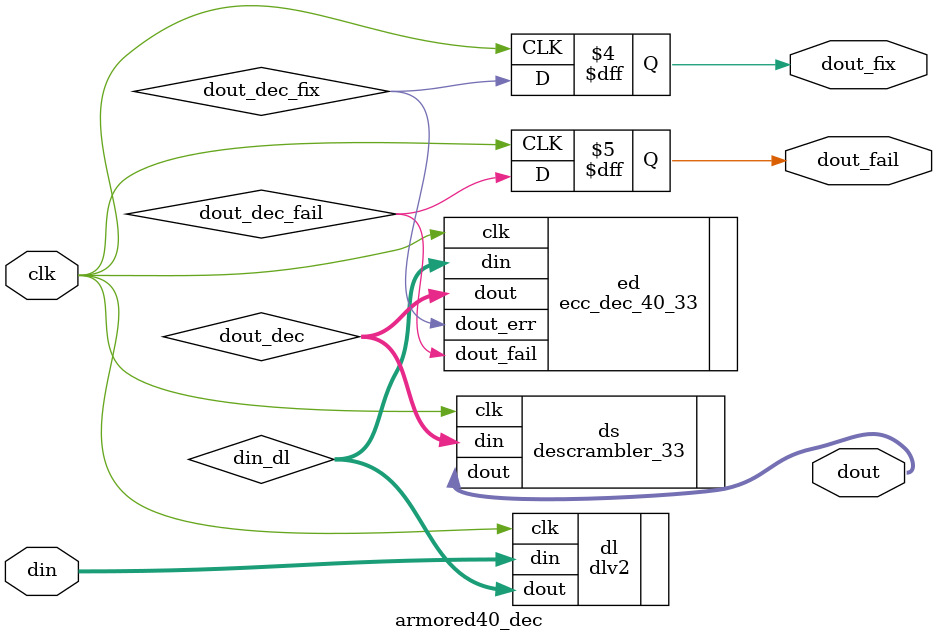
<source format=v>
`timescale 1 ps / 1 ps

// baeckler - 04-01-2013

module armored40_dec #(
    parameter TARGET_CHIP = 2
)(
    input clk,
    input [39:0] din,
    output [32:0] dout,
    output reg dout_fix,
    output reg dout_fail
);

//////////////////////////////////////////////////////////
// deinterleave

wire [39:0] din_dl;
dlv2 dl (
	.clk(clk),
	.din(din),
	.dout(din_dl)
);
defparam dl .WIDTH = 40;

//////////////////////////////////////////////////////////
// ecc decoder
// 33 data bits
// 7 parity bits

wire [32:0] dout_dec;
wire dout_dec_fix, dout_dec_fail;

ecc_dec_40_33 ed (
    .clk(clk),
    .din(din_dl),
    .dout(dout_dec),
    .dout_err(dout_dec_fix),
    .dout_fail(dout_dec_fail)
);
defparam ed .TARGET_CHIP = TARGET_CHIP;

//////////////////////////////////////////////////////////
// descrambler

wire [32:0] ds_dat;
descrambler_33 ds (
	.clk(clk),
	.din(dout_dec),		// bit 0 is to be sent first
	.dout(dout)
);
defparam ds .TARGET_CHIP = TARGET_CHIP;
defparam ds .WIDTH = 33;

initial dout_fix = 1'b0;
initial dout_fail = 1'b0;
always @(posedge clk) begin
	dout_fix <= dout_dec_fix;
	dout_fail <= dout_dec_fail;
end

endmodule


// BENCHMARK INFO :  5SGXEA7N2F45C2
// BENCHMARK INFO :  Total registers : 275
// BENCHMARK INFO :  Total pins : 76
// BENCHMARK INFO :  Total virtual pins : 0
// BENCHMARK INFO :  Total block memory bits : 0
// BENCHMARK INFO :  Worst setup path @ 468.75MHz : 1.115 ns, From ecc_dec_40_33:ed|f_xor:sx1|f_xor:fx|f_xor:fx|d[0], To ecc_dec_40_33:ed|ds[34]}
// BENCHMARK INFO :  Worst setup path @ 468.75MHz : 1.098 ns, From ecc_dec_40_33:ed|f_xor:sx6|f_xor:fx|f_xor:fx|d[0], To ecc_dec_40_33:ed|ds[6]}
// BENCHMARK INFO :  Worst setup path @ 468.75MHz : 1.268 ns, From ecc_dec_40_33:ed|f_xor:sx6|f_xor:fx|f_xor:fx|d[0], To ecc_dec_40_33:ed|ds[35]}

</source>
